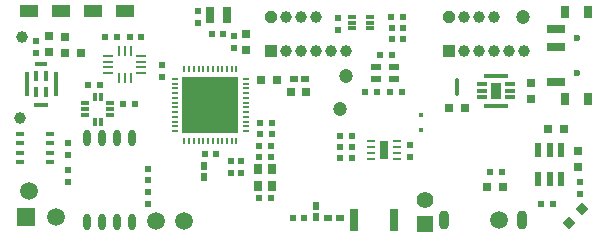
<source format=gbr>
%TF.GenerationSoftware,Altium Limited,Altium Designer,19.0.15 (446)*%
G04 Layer_Color=255*
%FSLAX26Y26*%
%MOIN*%
%TF.FileFunction,Pads,Top*%
%TF.Part,Single*%
G01*
G75*
%TA.AperFunction,SMDPad,CuDef*%
%ADD12R,0.021654X0.023622*%
%ADD13R,0.023622X0.021654*%
%ADD14O,0.023622X0.055118*%
%TA.AperFunction,ConnectorPad*%
%ADD15R,0.031496X0.039370*%
%ADD16R,0.059055X0.027559*%
%TA.AperFunction,SMDPad,CuDef*%
%ADD17R,0.034449X0.009842*%
%ADD18R,0.009842X0.034449*%
%ADD19R,0.027559X0.017716*%
%ADD20C,0.059055*%
%ADD21R,0.023622X0.047244*%
%ADD22R,0.029528X0.031496*%
%ADD23R,0.023622X0.019685*%
%ADD24C,0.012008*%
%ADD25O,0.012008X0.062992*%
%ADD26R,0.035433X0.055118*%
%ADD27R,0.082677X0.013780*%
%ADD28R,0.033465X0.013780*%
%ADD29R,0.029528X0.059055*%
%ADD30R,0.027559X0.009842*%
%ADD31R,0.035433X0.023622*%
%ADD32P,0.044542X4X180.0*%
%ADD33R,0.029528X0.055118*%
%ADD34R,0.031496X0.031496*%
%ADD35C,0.039370*%
%ADD36C,0.047244*%
%ADD37R,0.059055X0.039370*%
%ADD38R,0.031496X0.029528*%
%ADD39R,0.019685X0.023622*%
%ADD40R,0.013780X0.078740*%
%ADD41R,0.047244X0.013780*%
%ADD42R,0.039370X0.013780*%
%ADD43R,0.015748X0.037402*%
%ADD44R,0.185039X0.185039*%
%ADD45O,0.025591X0.007874*%
%ADD46O,0.007874X0.025591*%
%ADD47R,0.031496X0.072835*%
%ADD48R,0.031496X0.033465*%
%ADD49R,0.025591X0.019685*%
%ADD50R,0.019685X0.025591*%
%ADD51R,0.025591X0.013780*%
%ADD52R,0.011811X0.031496*%
%ADD53R,0.031496X0.011811*%
%TA.AperFunction,ComponentPad*%
%ADD67C,0.039370*%
G04:AMPARAMS|DCode=68|XSize=39mil|YSize=39mil|CornerRadius=0mil|HoleSize=0mil|Usage=FLASHONLY|Rotation=0.000|XOffset=0mil|YOffset=0mil|HoleType=Round|Shape=Octagon|*
%AMOCTAGOND68*
4,1,8,0.019500,-0.009750,0.019500,0.009750,0.009750,0.019500,-0.009750,0.019500,-0.019500,0.009750,-0.019500,-0.009750,-0.009750,-0.019500,0.009750,-0.019500,0.019500,-0.009750,0.0*
%
%ADD68OCTAGOND68*%

%ADD69C,0.023622*%
%ADD70O,0.035433X0.062992*%
%TA.AperFunction,WasherPad*%
%ADD71C,0.015000*%
%TA.AperFunction,ComponentPad*%
%ADD72R,0.039000X0.039000*%
%ADD73C,0.059055*%
%ADD74R,0.059055X0.059055*%
%ADD75C,0.047244*%
%ADD76C,0.055118*%
%ADD77R,0.055118X0.055118*%
D12*
X463496Y223425D02*
D03*
Y184055D02*
D03*
X198819Y219488D02*
D03*
Y180118D02*
D03*
X1097505Y724409D02*
D03*
Y685039D02*
D03*
X1903937Y138583D02*
D03*
Y177953D02*
D03*
D13*
X1315886Y691500D02*
D03*
X1276516D02*
D03*
X1143701Y294383D02*
D03*
X1104331D02*
D03*
Y330623D02*
D03*
X1143701D02*
D03*
X1228347Y480315D02*
D03*
X1188976D02*
D03*
X1271653D02*
D03*
X1311024D02*
D03*
X1143701Y258480D02*
D03*
X1104331D02*
D03*
X1315886Y655510D02*
D03*
X1276516D02*
D03*
X1276315Y728000D02*
D03*
X1315685D02*
D03*
X1239425Y601614D02*
D03*
X1278795D02*
D03*
X1775591Y106299D02*
D03*
X1814961D02*
D03*
D14*
X260433Y46260D02*
D03*
X310433D02*
D03*
X360433D02*
D03*
X410433D02*
D03*
X260433Y323819D02*
D03*
X310433D02*
D03*
X360433D02*
D03*
X410433D02*
D03*
D15*
X1855709Y744094D02*
D03*
X1931693D02*
D03*
Y456693D02*
D03*
X1855709D02*
D03*
D16*
X1824803Y511811D02*
D03*
Y688976D02*
D03*
Y629921D02*
D03*
D17*
X332806Y540880D02*
D03*
X442018D02*
D03*
X332806Y599936D02*
D03*
Y580250D02*
D03*
Y560566D02*
D03*
X442018D02*
D03*
Y580250D02*
D03*
Y599936D02*
D03*
D18*
X407097Y615172D02*
D03*
X387412D02*
D03*
X367727D02*
D03*
X407097Y525644D02*
D03*
X367727D02*
D03*
X387412D02*
D03*
D19*
X139764Y244094D02*
D03*
Y275591D02*
D03*
Y307087D02*
D03*
Y338583D02*
D03*
X37401D02*
D03*
Y307087D02*
D03*
Y275591D02*
D03*
Y244094D02*
D03*
D20*
X1633858Y53740D02*
D03*
X492126Y49212D02*
D03*
X584646D02*
D03*
X68897Y149606D02*
D03*
D21*
X1840551Y187287D02*
D03*
X1803150D02*
D03*
X1765748D02*
D03*
Y285712D02*
D03*
X1803150D02*
D03*
X1840551D02*
D03*
D22*
X1595472Y163004D02*
D03*
X1648622D02*
D03*
X993110Y480315D02*
D03*
X939961D02*
D03*
X1522834Y425984D02*
D03*
X1469685D02*
D03*
X1851378Y356299D02*
D03*
X1798228D02*
D03*
X187008Y610200D02*
D03*
X240157D02*
D03*
X841542Y517433D02*
D03*
X894691D02*
D03*
D23*
X1645669Y212381D02*
D03*
X1606299D02*
D03*
X946850Y60000D02*
D03*
X986220D02*
D03*
X834228Y124213D02*
D03*
X873598D02*
D03*
X834228Y297433D02*
D03*
X873598D02*
D03*
X834228Y263433D02*
D03*
X873598D02*
D03*
X653228Y270433D02*
D03*
X692598D02*
D03*
X676850Y673705D02*
D03*
X716220D02*
D03*
X877543Y339378D02*
D03*
X838173D02*
D03*
X877543Y377000D02*
D03*
X838173D02*
D03*
X381301Y440039D02*
D03*
X420671D02*
D03*
X360886Y662205D02*
D03*
X321516D02*
D03*
X403543D02*
D03*
X442913D02*
D03*
X303937Y502362D02*
D03*
X264567D02*
D03*
D24*
X1495323Y520268D02*
D03*
D25*
Y494677D02*
D03*
D26*
X1625000Y483465D02*
D03*
D27*
Y433268D02*
D03*
Y533662D02*
D03*
D28*
X1671260Y505118D02*
D03*
Y483465D02*
D03*
X1578740Y505118D02*
D03*
Y483465D02*
D03*
Y461811D02*
D03*
X1671260D02*
D03*
D29*
X1250000Y285433D02*
D03*
D30*
X1206693Y314961D02*
D03*
Y295276D02*
D03*
Y275590D02*
D03*
Y255905D02*
D03*
X1293307Y314961D02*
D03*
Y295276D02*
D03*
Y275590D02*
D03*
Y255905D02*
D03*
D31*
X1225394Y523622D02*
D03*
X1284449D02*
D03*
Y561024D02*
D03*
X1225394D02*
D03*
D32*
X1867493Y42689D02*
D03*
X1912035Y87231D02*
D03*
D33*
X729409Y734433D02*
D03*
X672323D02*
D03*
D34*
X186609Y662953D02*
D03*
D35*
X45276Y661417D02*
D03*
X39370Y393701D02*
D03*
D36*
X1106110Y421000D02*
D03*
D37*
X68898Y748031D02*
D03*
X388110D02*
D03*
X281496D02*
D03*
X175197D02*
D03*
D38*
X792913Y672008D02*
D03*
Y618858D02*
D03*
X135827Y664370D02*
D03*
Y611220D02*
D03*
X1743110Y454764D02*
D03*
Y507913D02*
D03*
X1899606Y227362D02*
D03*
Y280512D02*
D03*
D39*
X751913Y625748D02*
D03*
Y665118D02*
D03*
X511913Y567118D02*
D03*
Y527748D02*
D03*
X775913Y247118D02*
D03*
Y207748D02*
D03*
X740913Y247118D02*
D03*
Y207748D02*
D03*
X631890Y709748D02*
D03*
Y749118D02*
D03*
X90551Y610249D02*
D03*
Y649619D02*
D03*
X1338189Y301575D02*
D03*
Y262205D02*
D03*
X198819Y269685D02*
D03*
Y309055D02*
D03*
X463496Y145118D02*
D03*
Y105748D02*
D03*
D40*
X60039Y503937D02*
D03*
X156496D02*
D03*
D41*
X108268Y436024D02*
D03*
D42*
Y571850D02*
D03*
D43*
X125984Y477362D02*
D03*
X90551D02*
D03*
Y530512D02*
D03*
X125984D02*
D03*
D44*
X672913Y435433D02*
D03*
D45*
X792008Y522047D02*
D03*
Y506299D02*
D03*
Y490551D02*
D03*
Y474803D02*
D03*
Y459055D02*
D03*
Y443307D02*
D03*
Y427559D02*
D03*
Y411811D02*
D03*
Y396063D02*
D03*
Y380315D02*
D03*
Y364567D02*
D03*
Y348819D02*
D03*
X553819D02*
D03*
Y364567D02*
D03*
Y380315D02*
D03*
Y396063D02*
D03*
Y411811D02*
D03*
Y427559D02*
D03*
Y443307D02*
D03*
Y459055D02*
D03*
Y474803D02*
D03*
Y490551D02*
D03*
Y506299D02*
D03*
Y522047D02*
D03*
D46*
X759527Y316339D02*
D03*
X743779D02*
D03*
X728031D02*
D03*
X712283D02*
D03*
X696535D02*
D03*
X680787D02*
D03*
X665039D02*
D03*
X649291D02*
D03*
X633543D02*
D03*
X617795D02*
D03*
X602047D02*
D03*
X586299D02*
D03*
Y554528D02*
D03*
X602047D02*
D03*
X617795D02*
D03*
X633543D02*
D03*
X649291D02*
D03*
X665039D02*
D03*
X680787D02*
D03*
X696535D02*
D03*
X712283D02*
D03*
X728031D02*
D03*
X743779D02*
D03*
X759527D02*
D03*
D47*
X1151063Y53150D02*
D03*
X1284921D02*
D03*
D48*
X831275Y221976D02*
D03*
X876551D02*
D03*
Y164890D02*
D03*
X831275D02*
D03*
D49*
X1103418Y60000D02*
D03*
X1066017D02*
D03*
X951772Y520472D02*
D03*
X989173D02*
D03*
D50*
X652913Y233134D02*
D03*
Y195732D02*
D03*
X1024724Y62598D02*
D03*
Y100000D02*
D03*
D51*
X1206449Y690551D02*
D03*
Y710236D02*
D03*
Y729921D02*
D03*
X1145425D02*
D03*
Y710236D02*
D03*
Y690551D02*
D03*
D52*
X307087Y462598D02*
D03*
X287402D02*
D03*
Y379921D02*
D03*
X307087D02*
D03*
D53*
X255905Y440945D02*
D03*
Y421260D02*
D03*
Y401575D02*
D03*
X338583D02*
D03*
Y421260D02*
D03*
Y440945D02*
D03*
D67*
X1616535Y729921D02*
D03*
X1566535D02*
D03*
X1516535D02*
D03*
X925984D02*
D03*
X975984D02*
D03*
X1025984D02*
D03*
X925984Y614173D02*
D03*
X975984D02*
D03*
X1025984D02*
D03*
X1075984D02*
D03*
X1125984D02*
D03*
X1716535D02*
D03*
X1666535D02*
D03*
X1616535D02*
D03*
X1566535D02*
D03*
X1516535D02*
D03*
D68*
X1466535Y729921D02*
D03*
X875984D02*
D03*
D69*
X1893701Y659449D02*
D03*
Y541338D02*
D03*
D70*
X1712599Y53740D02*
D03*
X1452756D02*
D03*
D71*
X1373740Y403150D02*
D03*
X1373731Y351969D02*
D03*
D72*
X875984Y614173D02*
D03*
X1466535D02*
D03*
D73*
X158268Y62381D02*
D03*
D74*
X58268D02*
D03*
D75*
X1126378Y530707D02*
D03*
X1716142Y729921D02*
D03*
D76*
X1386614Y118110D02*
D03*
D77*
Y38583D02*
D03*
%TF.MD5,6f81ae83973fc8b8620f9c8604489d12*%
M02*

</source>
